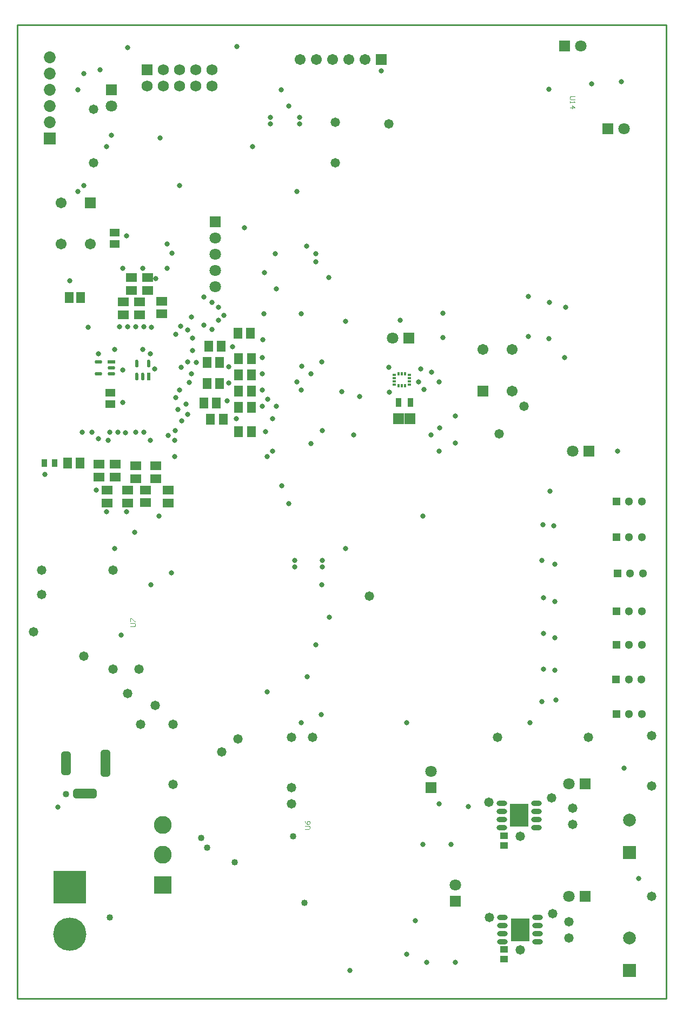
<source format=gbs>
G04*
G04 #@! TF.GenerationSoftware,Altium Limited,Altium Designer,22.6.1 (34)*
G04*
G04 Layer_Color=16711935*
%FSLAX25Y25*%
%MOIN*%
G70*
G04*
G04 #@! TF.SameCoordinates,7D94B0EB-34EF-48B3-BABB-182D4114F96C*
G04*
G04*
G04 #@! TF.FilePolarity,Negative*
G04*
G01*
G75*
%ADD16C,0.01000*%
%ADD17C,0.00236*%
%ADD37R,0.03740X0.05512*%
%ADD66R,0.06115X0.04737*%
%ADD72R,0.06706X0.06902*%
%ADD73C,0.07099*%
%ADD74R,0.07099X0.07099*%
%ADD75R,0.07099X0.07099*%
G04:AMPARAMS|DCode=76|XSize=145.8mil|YSize=59.18mil|CornerRadius=16.8mil|HoleSize=0mil|Usage=FLASHONLY|Rotation=180.000|XOffset=0mil|YOffset=0mil|HoleType=Round|Shape=RoundedRectangle|*
%AMROUNDEDRECTD76*
21,1,0.14580,0.02559,0,0,180.0*
21,1,0.11221,0.05918,0,0,180.0*
1,1,0.03359,-0.05610,0.01280*
1,1,0.03359,0.05610,0.01280*
1,1,0.03359,0.05610,-0.01280*
1,1,0.03359,-0.05610,-0.01280*
%
%ADD76ROUNDEDRECTD76*%
G04:AMPARAMS|DCode=77|XSize=145.8mil|YSize=59.18mil|CornerRadius=16.8mil|HoleSize=0mil|Usage=FLASHONLY|Rotation=90.000|XOffset=0mil|YOffset=0mil|HoleType=Round|Shape=RoundedRectangle|*
%AMROUNDEDRECTD77*
21,1,0.14580,0.02559,0,0,90.0*
21,1,0.11221,0.05918,0,0,90.0*
1,1,0.03359,0.01280,0.05610*
1,1,0.03359,0.01280,-0.05610*
1,1,0.03359,-0.01280,-0.05610*
1,1,0.03359,-0.01280,0.05610*
%
%ADD77ROUNDEDRECTD77*%
G04:AMPARAMS|DCode=78|XSize=165.48mil|YSize=59.18mil|CornerRadius=16.8mil|HoleSize=0mil|Usage=FLASHONLY|Rotation=90.000|XOffset=0mil|YOffset=0mil|HoleType=Round|Shape=RoundedRectangle|*
%AMROUNDEDRECTD78*
21,1,0.16548,0.02559,0,0,90.0*
21,1,0.13189,0.05918,0,0,90.0*
1,1,0.03359,0.01280,0.06594*
1,1,0.03359,0.01280,-0.06594*
1,1,0.03359,-0.01280,-0.06594*
1,1,0.03359,-0.01280,0.06594*
%
%ADD78ROUNDEDRECTD78*%
%ADD79R,0.20485X0.20485*%
%ADD80C,0.20485*%
%ADD81R,0.11024X0.11024*%
%ADD82C,0.11024*%
%ADD83C,0.06706*%
%ADD84R,0.06706X0.06706*%
%ADD85R,0.06902X0.06902*%
%ADD86C,0.06902*%
%ADD87R,0.06706X0.06706*%
%ADD88R,0.07887X0.07887*%
%ADD89C,0.07887*%
%ADD90C,0.07296*%
%ADD91R,0.07296X0.07296*%
%ADD92R,0.05118X0.05118*%
%ADD93C,0.05118*%
%ADD94C,0.03200*%
%ADD95C,0.05800*%
%ADD96C,0.04000*%
%ADD117R,0.02095X0.04745*%
G04:AMPARAMS|DCode=118|XSize=47.45mil|YSize=20.95mil|CornerRadius=10.48mil|HoleSize=0mil|Usage=FLASHONLY|Rotation=90.000|XOffset=0mil|YOffset=0mil|HoleType=Round|Shape=RoundedRectangle|*
%AMROUNDEDRECTD118*
21,1,0.04745,0.00000,0,0,90.0*
21,1,0.02650,0.02095,0,0,90.0*
1,1,0.02095,0.00000,0.01325*
1,1,0.02095,0.00000,-0.01325*
1,1,0.02095,0.00000,-0.01325*
1,1,0.02095,0.00000,0.01325*
%
%ADD118ROUNDEDRECTD118*%
%ADD119R,0.04745X0.02095*%
G04:AMPARAMS|DCode=120|XSize=47.45mil|YSize=20.95mil|CornerRadius=10.48mil|HoleSize=0mil|Usage=FLASHONLY|Rotation=180.000|XOffset=0mil|YOffset=0mil|HoleType=Round|Shape=RoundedRectangle|*
%AMROUNDEDRECTD120*
21,1,0.04745,0.00000,0,0,180.0*
21,1,0.02650,0.02095,0,0,180.0*
1,1,0.02095,-0.01325,0.00000*
1,1,0.02095,0.01325,0.00000*
1,1,0.02095,0.01325,0.00000*
1,1,0.02095,-0.01325,0.00000*
%
%ADD120ROUNDEDRECTD120*%
%ADD124R,0.03378X0.04969*%
%ADD125R,0.01378X0.02264*%
%ADD126R,0.02264X0.01378*%
%ADD129R,0.04969X0.03955*%
%ADD130R,0.06509X0.05524*%
%ADD131R,0.05328X0.06509*%
%ADD132R,0.05524X0.06509*%
%ADD133O,0.06509X0.03162*%
%ADD134R,0.11469X0.14186*%
D16*
X100000Y100000D02*
Y700000D01*
X500000D01*
Y100000D02*
Y700000D01*
X100000Y100000D02*
X500000D01*
D17*
X169883Y329614D02*
X172382D01*
X172882Y330114D01*
Y331114D01*
X172382Y331613D01*
X169883D01*
Y332613D02*
Y334613D01*
X170383D01*
X172382Y332613D01*
X172882D01*
X277383Y204614D02*
X279882D01*
X280382Y205114D01*
Y206114D01*
X279882Y206613D01*
X277383D01*
Y209613D02*
X277883Y208613D01*
X278882Y207613D01*
X279882D01*
X280382Y208113D01*
Y209113D01*
X279882Y209613D01*
X279382D01*
X278882Y209113D01*
Y207613D01*
X443720Y656100D02*
X441221D01*
X440722Y655601D01*
Y654601D01*
X441221Y654101D01*
X443720D01*
X440722Y653101D02*
Y652102D01*
Y652601D01*
X443720D01*
X443221Y653101D01*
X440722Y649103D02*
X443720D01*
X442221Y650602D01*
Y648603D01*
D37*
X342500Y467500D02*
D03*
X335216D02*
D03*
D66*
X160000Y572087D02*
D03*
Y565000D02*
D03*
X157500Y473543D02*
D03*
Y466457D02*
D03*
D72*
X335000Y457500D02*
D03*
X342087D02*
D03*
D73*
X158000Y650000D02*
D03*
X355000Y240000D02*
D03*
X331350Y506993D02*
D03*
X440000Y232500D02*
D03*
X442500Y437500D02*
D03*
X447511Y686993D02*
D03*
X221993Y558850D02*
D03*
Y568850D02*
D03*
Y548850D02*
D03*
Y538850D02*
D03*
X473986Y636087D02*
D03*
X440000Y163031D02*
D03*
X370000Y170000D02*
D03*
D74*
X158000Y660000D02*
D03*
X355000Y230000D02*
D03*
X221993Y578850D02*
D03*
X370000Y160000D02*
D03*
D75*
X341350Y506993D02*
D03*
X450000Y232500D02*
D03*
X452500Y437500D02*
D03*
X437511Y686993D02*
D03*
X463986Y636087D02*
D03*
X450000Y163031D02*
D03*
D76*
X141811Y226496D02*
D03*
D77*
X130000Y245000D02*
D03*
D78*
X154409D02*
D03*
D79*
X132382Y168740D02*
D03*
D80*
Y139803D02*
D03*
D81*
X189882Y170236D02*
D03*
D82*
Y188740D02*
D03*
Y207244D02*
D03*
D83*
X145000Y565000D02*
D03*
X127284D02*
D03*
Y590590D02*
D03*
X387283Y500000D02*
D03*
X405000D02*
D03*
Y474409D02*
D03*
X274519Y678847D02*
D03*
X284519D02*
D03*
X294519D02*
D03*
X304519D02*
D03*
X314519D02*
D03*
D84*
X145000Y590590D02*
D03*
X387283Y474409D02*
D03*
D85*
X180000Y672500D02*
D03*
D86*
X220000D02*
D03*
X200000D02*
D03*
X210000Y662500D02*
D03*
X190000Y672500D02*
D03*
X200000Y662500D02*
D03*
X190000D02*
D03*
X180000D02*
D03*
X210000Y672500D02*
D03*
X220000Y662500D02*
D03*
D87*
X324519Y678847D02*
D03*
D88*
X477431Y117316D02*
D03*
X477500Y190000D02*
D03*
D89*
X477431Y137317D02*
D03*
X477500Y210000D02*
D03*
D90*
X120000Y680000D02*
D03*
Y670000D02*
D03*
Y660000D02*
D03*
Y640000D02*
D03*
Y650000D02*
D03*
D91*
Y630000D02*
D03*
D92*
X469429Y338957D02*
D03*
Y275584D02*
D03*
X470012Y362255D02*
D03*
X469167Y296811D02*
D03*
X469429Y384474D02*
D03*
X469429Y317989D02*
D03*
X469429Y406457D02*
D03*
D93*
X477303Y338957D02*
D03*
X485177D02*
D03*
X477303Y275584D02*
D03*
X485177D02*
D03*
X477886Y362255D02*
D03*
X485760D02*
D03*
X477041Y296811D02*
D03*
X484915D02*
D03*
X477303Y384474D02*
D03*
X485177D02*
D03*
X477303Y317989D02*
D03*
X485177D02*
D03*
X477303Y406457D02*
D03*
X485177D02*
D03*
D94*
X284000Y559000D02*
D03*
X259000D02*
D03*
X288000Y370000D02*
D03*
X271000D02*
D03*
X288000Y366000D02*
D03*
X271000D02*
D03*
X274000Y643000D02*
D03*
X256000D02*
D03*
X274000Y639000D02*
D03*
X256000D02*
D03*
X156000Y444000D02*
D03*
X300000Y474000D02*
D03*
X146000Y449000D02*
D03*
X157000D02*
D03*
X162000D02*
D03*
X173000D02*
D03*
X178000D02*
D03*
X184757Y488000D02*
D03*
X182106Y497500D02*
D03*
X207600Y520150D02*
D03*
X143900Y513809D02*
D03*
X197650Y509523D02*
D03*
X182746Y513746D02*
D03*
X185326Y543836D02*
D03*
X192500Y550000D02*
D03*
X336000Y518000D02*
D03*
X141000Y670000D02*
D03*
Y601000D02*
D03*
X200000D02*
D03*
X284000Y554000D02*
D03*
X292294Y544400D02*
D03*
X307500Y447350D02*
D03*
X288000Y450000D02*
D03*
X287650Y492500D02*
D03*
Y355000D02*
D03*
X284000Y318000D02*
D03*
X281039Y485000D02*
D03*
Y442039D02*
D03*
X275150Y522000D02*
D03*
X275450Y489767D02*
D03*
X278389Y563924D02*
D03*
X278924Y298389D02*
D03*
X262879Y660000D02*
D03*
X259850Y465000D02*
D03*
Y537500D02*
D03*
X263000Y416000D02*
D03*
X252000Y522000D02*
D03*
X438000Y526000D02*
D03*
X428000Y529000D02*
D03*
X227378Y521100D02*
D03*
X224000Y526000D02*
D03*
X220000Y529000D02*
D03*
X415000Y532650D02*
D03*
X224000Y518000D02*
D03*
X215000Y515000D02*
D03*
X166704Y448697D02*
D03*
X140000Y449000D02*
D03*
X197000Y434000D02*
D03*
Y444000D02*
D03*
X182000D02*
D03*
X205000Y460000D02*
D03*
X199000Y463000D02*
D03*
X200735Y514487D02*
D03*
X197664Y470576D02*
D03*
X206175Y479878D02*
D03*
X200000Y475000D02*
D03*
X210611Y492076D02*
D03*
X207375Y484980D02*
D03*
X193000Y447000D02*
D03*
X197500Y450000D02*
D03*
X150253Y445093D02*
D03*
X201000Y489000D02*
D03*
X205000Y492500D02*
D03*
X173000Y514000D02*
D03*
X178000D02*
D03*
X168000D02*
D03*
X163000D02*
D03*
X235378Y686900D02*
D03*
X168000Y686000D02*
D03*
X370000Y459000D02*
D03*
X378000Y218500D02*
D03*
X148924Y413389D02*
D03*
X483000Y174000D02*
D03*
X205000Y512000D02*
D03*
X208075Y499500D02*
D03*
Y507000D02*
D03*
X427878Y660600D02*
D03*
X454111Y663924D02*
D03*
X151200Y672500D02*
D03*
X324622Y671900D02*
D03*
X158100Y632122D02*
D03*
X348909Y488256D02*
D03*
X329000Y489000D02*
D03*
X415000Y508000D02*
D03*
X427878Y506900D02*
D03*
X311000Y471000D02*
D03*
X329466Y473809D02*
D03*
X424378Y325100D02*
D03*
Y347100D02*
D03*
X423622Y370100D02*
D03*
X424000Y392000D02*
D03*
X424378Y303100D02*
D03*
X423622Y283100D02*
D03*
X432000Y284000D02*
D03*
X431622Y302400D02*
D03*
X428635Y412939D02*
D03*
X431500Y367674D02*
D03*
X431622Y344900D02*
D03*
Y322400D02*
D03*
X230424Y489389D02*
D03*
X229424Y468389D02*
D03*
X230600Y479622D02*
D03*
X251464Y506277D02*
D03*
X254400Y469622D02*
D03*
X251000Y495000D02*
D03*
Y485000D02*
D03*
Y475000D02*
D03*
Y465000D02*
D03*
X117122Y423100D02*
D03*
X272500Y597500D02*
D03*
X416000Y270000D02*
D03*
X240000Y575000D02*
D03*
X164000Y324000D02*
D03*
X125000Y218000D02*
D03*
X275000Y270000D02*
D03*
X254000Y289000D02*
D03*
X182500Y355000D02*
D03*
X195000Y362500D02*
D03*
X160000Y377500D02*
D03*
X305000Y117500D02*
D03*
X287500Y275000D02*
D03*
X292500Y335000D02*
D03*
X302500Y377500D02*
D03*
X474000Y242000D02*
D03*
X254000Y434000D02*
D03*
X195600Y559622D02*
D03*
X192500Y565000D02*
D03*
X201553Y456022D02*
D03*
X188100Y630378D02*
D03*
X137500Y660000D02*
D03*
Y597500D02*
D03*
X272500Y480000D02*
D03*
X267500Y650000D02*
D03*
Y405000D02*
D03*
X232648Y501870D02*
D03*
X155000Y625000D02*
D03*
X245000D02*
D03*
X167500Y570000D02*
D03*
X177500Y550000D02*
D03*
X437500Y495000D02*
D03*
X220000Y512500D02*
D03*
X215000Y532500D02*
D03*
X362500Y507500D02*
D03*
Y522500D02*
D03*
X370000Y442500D02*
D03*
X302500Y517500D02*
D03*
X360378Y451900D02*
D03*
X355000Y447500D02*
D03*
X347500Y480000D02*
D03*
X340000Y127500D02*
D03*
Y270000D02*
D03*
X275000Y475000D02*
D03*
X360000Y220000D02*
D03*
Y437500D02*
D03*
X257500D02*
D03*
Y457500D02*
D03*
X235000D02*
D03*
X350000Y397500D02*
D03*
X187500D02*
D03*
X165000Y550000D02*
D03*
X172500Y387500D02*
D03*
X167500Y400000D02*
D03*
X252500Y547500D02*
D03*
X165000Y467500D02*
D03*
X150000Y497500D02*
D03*
X132500Y542500D02*
D03*
X165000Y487500D02*
D03*
X160000Y500000D02*
D03*
X177500D02*
D03*
X253075Y449500D02*
D03*
X204175Y466622D02*
D03*
X155000Y400000D02*
D03*
X360000Y480000D02*
D03*
X350903Y475565D02*
D03*
X355482Y486265D02*
D03*
X472500Y665000D02*
D03*
X470000Y437500D02*
D03*
X430878Y391400D02*
D03*
X352500Y122500D02*
D03*
X350000Y195000D02*
D03*
X367500D02*
D03*
X370000Y122500D02*
D03*
X345339Y148000D02*
D03*
D95*
X185106Y280669D02*
D03*
X110000Y326000D02*
D03*
X141169Y311284D02*
D03*
X269000Y220000D02*
D03*
X282000Y261000D02*
D03*
X226000Y252000D02*
D03*
X168000Y288000D02*
D03*
X236000Y260000D02*
D03*
X147000Y648000D02*
D03*
Y615000D02*
D03*
X296000D02*
D03*
Y640000D02*
D03*
X329000Y639000D02*
D03*
X317000Y348000D02*
D03*
X115000Y349000D02*
D03*
Y364000D02*
D03*
X196000Y232000D02*
D03*
X269000Y230000D02*
D03*
Y261000D02*
D03*
X196000Y269000D02*
D03*
X176000D02*
D03*
X159000Y303000D02*
D03*
X175000D02*
D03*
X159000Y364000D02*
D03*
X396000Y261000D02*
D03*
X397000Y448000D02*
D03*
X452000Y261000D02*
D03*
X491000Y262000D02*
D03*
Y231000D02*
D03*
Y163000D02*
D03*
X412500Y465000D02*
D03*
X442500Y207500D02*
D03*
Y217500D02*
D03*
X390888Y221095D02*
D03*
X429636Y223949D02*
D03*
X410000Y213500D02*
D03*
Y200000D02*
D03*
X430000Y152500D02*
D03*
X440000Y137500D02*
D03*
Y147500D02*
D03*
X391000Y150000D02*
D03*
X410000Y142500D02*
D03*
Y130000D02*
D03*
D96*
X277248Y159000D02*
D03*
X157000Y150000D02*
D03*
X217000Y193000D02*
D03*
X270205Y200205D02*
D03*
X213577Y198996D02*
D03*
X234000Y184000D02*
D03*
X130000Y226000D02*
D03*
D117*
X181240Y483364D02*
D03*
D118*
X177500D02*
D03*
X173760D02*
D03*
Y491636D02*
D03*
X181240D02*
D03*
D119*
X158272Y492500D02*
D03*
D120*
Y488760D02*
D03*
Y485020D02*
D03*
X150000D02*
D03*
Y492500D02*
D03*
D124*
X116941Y430000D02*
D03*
X123059D02*
D03*
D125*
X339045Y485108D02*
D03*
X337077D02*
D03*
X335108D02*
D03*
Y477923D02*
D03*
X337077D02*
D03*
X339045D02*
D03*
D126*
X332500Y484469D02*
D03*
Y482500D02*
D03*
Y480532D02*
D03*
Y478563D02*
D03*
X341653D02*
D03*
Y480532D02*
D03*
Y482500D02*
D03*
Y484469D02*
D03*
D129*
X400000Y194544D02*
D03*
Y200456D02*
D03*
Y124544D02*
D03*
Y130456D02*
D03*
D130*
X189000Y529937D02*
D03*
Y522063D02*
D03*
X165575Y521626D02*
D03*
Y529500D02*
D03*
X175575Y521626D02*
D03*
Y529500D02*
D03*
X180575Y536626D02*
D03*
Y544500D02*
D03*
X155575Y405563D02*
D03*
Y413437D02*
D03*
X160575Y421626D02*
D03*
Y429500D02*
D03*
X179129Y405751D02*
D03*
Y413625D02*
D03*
X193075Y413437D02*
D03*
Y405563D02*
D03*
X150575Y421626D02*
D03*
Y429500D02*
D03*
X185575Y428437D02*
D03*
Y420563D02*
D03*
X173075D02*
D03*
Y428437D02*
D03*
X168075Y405563D02*
D03*
Y413437D02*
D03*
X170575Y544500D02*
D03*
Y536626D02*
D03*
D131*
X139020Y532000D02*
D03*
X132130D02*
D03*
D132*
X218063Y502000D02*
D03*
X225937D02*
D03*
X217063Y492000D02*
D03*
X224937D02*
D03*
Y479000D02*
D03*
X217063D02*
D03*
X222937Y467000D02*
D03*
X215063D02*
D03*
X227012Y457000D02*
D03*
X219138D02*
D03*
X236638Y484500D02*
D03*
X244512D02*
D03*
X236638Y494500D02*
D03*
X244512D02*
D03*
X243937Y510000D02*
D03*
X236063D02*
D03*
X244512Y464500D02*
D03*
X236638D02*
D03*
X244512Y449500D02*
D03*
X236638D02*
D03*
X131063Y430000D02*
D03*
X138937D02*
D03*
X236638Y474500D02*
D03*
X244512D02*
D03*
D133*
X398772Y205500D02*
D03*
Y210500D02*
D03*
Y215500D02*
D03*
Y220500D02*
D03*
X420228Y205500D02*
D03*
Y210500D02*
D03*
Y215500D02*
D03*
Y220500D02*
D03*
X420728Y150000D02*
D03*
Y145000D02*
D03*
Y140000D02*
D03*
Y135000D02*
D03*
X399272Y150000D02*
D03*
Y145000D02*
D03*
Y140000D02*
D03*
Y135000D02*
D03*
D134*
X409500Y213000D02*
D03*
X410000Y142500D02*
D03*
M02*

</source>
